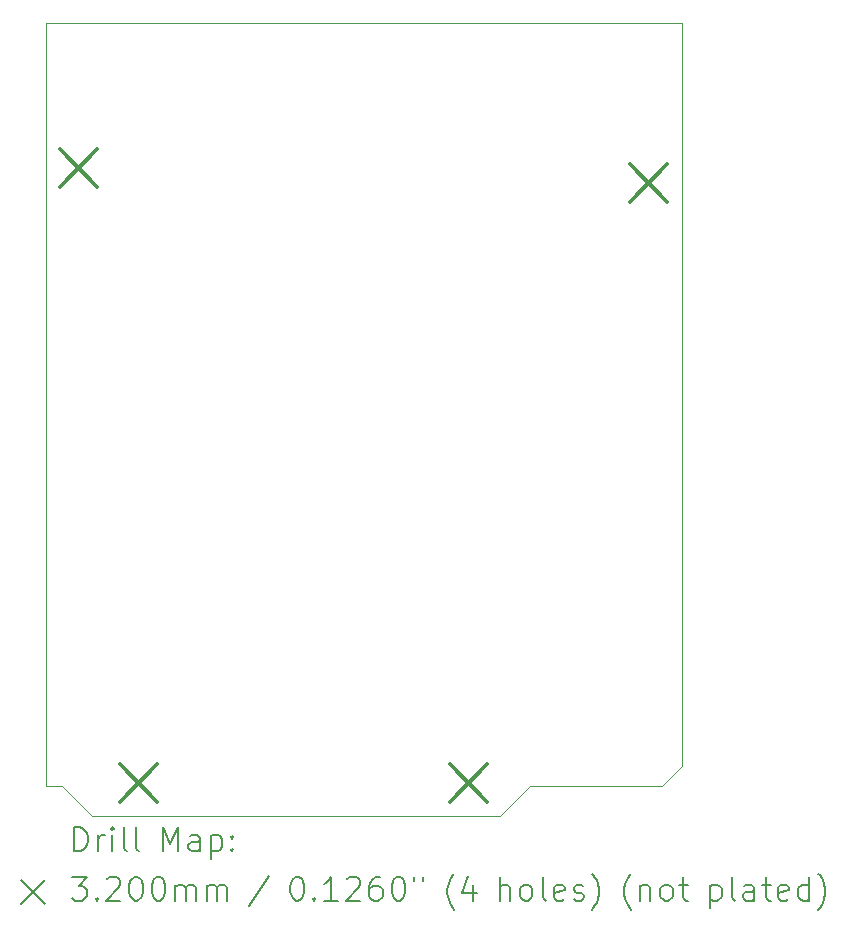
<source format=gbr>
%TF.GenerationSoftware,KiCad,Pcbnew,7.0.0*%
%TF.CreationDate,2023-03-02T16:39:19-08:00*%
%TF.ProjectId,KYBERNETES-CHASSIS-SHIELD,4b594245-524e-4455-9445-532d43484153,rev?*%
%TF.SameCoordinates,Original*%
%TF.FileFunction,Drillmap*%
%TF.FilePolarity,Positive*%
%FSLAX45Y45*%
G04 Gerber Fmt 4.5, Leading zero omitted, Abs format (unit mm)*
G04 Created by KiCad (PCBNEW 7.0.0) date 2023-03-02 16:39:19*
%MOMM*%
%LPD*%
G01*
G04 APERTURE LIST*
%ADD10C,0.100000*%
%ADD11C,0.200000*%
%ADD12C,0.320000*%
G04 APERTURE END LIST*
D10*
X17872500Y-12752500D02*
X17707500Y-12917500D01*
X12867500Y-13157500D02*
X12627500Y-12917500D01*
X17872500Y-7325000D02*
X17872500Y-12752500D01*
X16335000Y-13172500D02*
X12882500Y-13172500D01*
X12487500Y-6461000D02*
X17872500Y-6461000D01*
X17707500Y-12917500D02*
X16590000Y-12917500D01*
X12882500Y-13172500D02*
X12867500Y-13157500D01*
X16590000Y-12917500D02*
X16335000Y-13172500D01*
X12627500Y-12917500D02*
X12487500Y-12917500D01*
X12487500Y-7325000D02*
X12487500Y-6461000D01*
X17872500Y-6461000D02*
X17872500Y-7325000D01*
X12487500Y-7325000D02*
X12487500Y-12917500D01*
D11*
D12*
X12607000Y-7524988D02*
X12927000Y-7844988D01*
X12927000Y-7524988D02*
X12607000Y-7844988D01*
X13115000Y-12731988D02*
X13435000Y-13051988D01*
X13435000Y-12731988D02*
X13115000Y-13051988D01*
X15909000Y-12731988D02*
X16229000Y-13051988D01*
X16229000Y-12731988D02*
X15909000Y-13051988D01*
X17433000Y-7651988D02*
X17753000Y-7971988D01*
X17753000Y-7651988D02*
X17433000Y-7971988D01*
D11*
X12730119Y-13470976D02*
X12730119Y-13270976D01*
X12730119Y-13270976D02*
X12777738Y-13270976D01*
X12777738Y-13270976D02*
X12806309Y-13280500D01*
X12806309Y-13280500D02*
X12825357Y-13299548D01*
X12825357Y-13299548D02*
X12834881Y-13318595D01*
X12834881Y-13318595D02*
X12844405Y-13356690D01*
X12844405Y-13356690D02*
X12844405Y-13385262D01*
X12844405Y-13385262D02*
X12834881Y-13423357D01*
X12834881Y-13423357D02*
X12825357Y-13442405D01*
X12825357Y-13442405D02*
X12806309Y-13461452D01*
X12806309Y-13461452D02*
X12777738Y-13470976D01*
X12777738Y-13470976D02*
X12730119Y-13470976D01*
X12930119Y-13470976D02*
X12930119Y-13337643D01*
X12930119Y-13375738D02*
X12939643Y-13356690D01*
X12939643Y-13356690D02*
X12949167Y-13347167D01*
X12949167Y-13347167D02*
X12968214Y-13337643D01*
X12968214Y-13337643D02*
X12987262Y-13337643D01*
X13053928Y-13470976D02*
X13053928Y-13337643D01*
X13053928Y-13270976D02*
X13044405Y-13280500D01*
X13044405Y-13280500D02*
X13053928Y-13290024D01*
X13053928Y-13290024D02*
X13063452Y-13280500D01*
X13063452Y-13280500D02*
X13053928Y-13270976D01*
X13053928Y-13270976D02*
X13053928Y-13290024D01*
X13177738Y-13470976D02*
X13158690Y-13461452D01*
X13158690Y-13461452D02*
X13149167Y-13442405D01*
X13149167Y-13442405D02*
X13149167Y-13270976D01*
X13282500Y-13470976D02*
X13263452Y-13461452D01*
X13263452Y-13461452D02*
X13253928Y-13442405D01*
X13253928Y-13442405D02*
X13253928Y-13270976D01*
X13478690Y-13470976D02*
X13478690Y-13270976D01*
X13478690Y-13270976D02*
X13545357Y-13413833D01*
X13545357Y-13413833D02*
X13612024Y-13270976D01*
X13612024Y-13270976D02*
X13612024Y-13470976D01*
X13792976Y-13470976D02*
X13792976Y-13366214D01*
X13792976Y-13366214D02*
X13783452Y-13347167D01*
X13783452Y-13347167D02*
X13764405Y-13337643D01*
X13764405Y-13337643D02*
X13726309Y-13337643D01*
X13726309Y-13337643D02*
X13707262Y-13347167D01*
X13792976Y-13461452D02*
X13773928Y-13470976D01*
X13773928Y-13470976D02*
X13726309Y-13470976D01*
X13726309Y-13470976D02*
X13707262Y-13461452D01*
X13707262Y-13461452D02*
X13697738Y-13442405D01*
X13697738Y-13442405D02*
X13697738Y-13423357D01*
X13697738Y-13423357D02*
X13707262Y-13404309D01*
X13707262Y-13404309D02*
X13726309Y-13394786D01*
X13726309Y-13394786D02*
X13773928Y-13394786D01*
X13773928Y-13394786D02*
X13792976Y-13385262D01*
X13888214Y-13337643D02*
X13888214Y-13537643D01*
X13888214Y-13347167D02*
X13907262Y-13337643D01*
X13907262Y-13337643D02*
X13945357Y-13337643D01*
X13945357Y-13337643D02*
X13964405Y-13347167D01*
X13964405Y-13347167D02*
X13973928Y-13356690D01*
X13973928Y-13356690D02*
X13983452Y-13375738D01*
X13983452Y-13375738D02*
X13983452Y-13432881D01*
X13983452Y-13432881D02*
X13973928Y-13451928D01*
X13973928Y-13451928D02*
X13964405Y-13461452D01*
X13964405Y-13461452D02*
X13945357Y-13470976D01*
X13945357Y-13470976D02*
X13907262Y-13470976D01*
X13907262Y-13470976D02*
X13888214Y-13461452D01*
X14069167Y-13451928D02*
X14078690Y-13461452D01*
X14078690Y-13461452D02*
X14069167Y-13470976D01*
X14069167Y-13470976D02*
X14059643Y-13461452D01*
X14059643Y-13461452D02*
X14069167Y-13451928D01*
X14069167Y-13451928D02*
X14069167Y-13470976D01*
X14069167Y-13347167D02*
X14078690Y-13356690D01*
X14078690Y-13356690D02*
X14069167Y-13366214D01*
X14069167Y-13366214D02*
X14059643Y-13356690D01*
X14059643Y-13356690D02*
X14069167Y-13347167D01*
X14069167Y-13347167D02*
X14069167Y-13366214D01*
X12282500Y-13717500D02*
X12482500Y-13917500D01*
X12482500Y-13717500D02*
X12282500Y-13917500D01*
X12711071Y-13690976D02*
X12834881Y-13690976D01*
X12834881Y-13690976D02*
X12768214Y-13767167D01*
X12768214Y-13767167D02*
X12796786Y-13767167D01*
X12796786Y-13767167D02*
X12815833Y-13776690D01*
X12815833Y-13776690D02*
X12825357Y-13786214D01*
X12825357Y-13786214D02*
X12834881Y-13805262D01*
X12834881Y-13805262D02*
X12834881Y-13852881D01*
X12834881Y-13852881D02*
X12825357Y-13871928D01*
X12825357Y-13871928D02*
X12815833Y-13881452D01*
X12815833Y-13881452D02*
X12796786Y-13890976D01*
X12796786Y-13890976D02*
X12739643Y-13890976D01*
X12739643Y-13890976D02*
X12720595Y-13881452D01*
X12720595Y-13881452D02*
X12711071Y-13871928D01*
X12920595Y-13871928D02*
X12930119Y-13881452D01*
X12930119Y-13881452D02*
X12920595Y-13890976D01*
X12920595Y-13890976D02*
X12911071Y-13881452D01*
X12911071Y-13881452D02*
X12920595Y-13871928D01*
X12920595Y-13871928D02*
X12920595Y-13890976D01*
X13006309Y-13710024D02*
X13015833Y-13700500D01*
X13015833Y-13700500D02*
X13034881Y-13690976D01*
X13034881Y-13690976D02*
X13082500Y-13690976D01*
X13082500Y-13690976D02*
X13101548Y-13700500D01*
X13101548Y-13700500D02*
X13111071Y-13710024D01*
X13111071Y-13710024D02*
X13120595Y-13729071D01*
X13120595Y-13729071D02*
X13120595Y-13748119D01*
X13120595Y-13748119D02*
X13111071Y-13776690D01*
X13111071Y-13776690D02*
X12996786Y-13890976D01*
X12996786Y-13890976D02*
X13120595Y-13890976D01*
X13244405Y-13690976D02*
X13263452Y-13690976D01*
X13263452Y-13690976D02*
X13282500Y-13700500D01*
X13282500Y-13700500D02*
X13292024Y-13710024D01*
X13292024Y-13710024D02*
X13301548Y-13729071D01*
X13301548Y-13729071D02*
X13311071Y-13767167D01*
X13311071Y-13767167D02*
X13311071Y-13814786D01*
X13311071Y-13814786D02*
X13301548Y-13852881D01*
X13301548Y-13852881D02*
X13292024Y-13871928D01*
X13292024Y-13871928D02*
X13282500Y-13881452D01*
X13282500Y-13881452D02*
X13263452Y-13890976D01*
X13263452Y-13890976D02*
X13244405Y-13890976D01*
X13244405Y-13890976D02*
X13225357Y-13881452D01*
X13225357Y-13881452D02*
X13215833Y-13871928D01*
X13215833Y-13871928D02*
X13206309Y-13852881D01*
X13206309Y-13852881D02*
X13196786Y-13814786D01*
X13196786Y-13814786D02*
X13196786Y-13767167D01*
X13196786Y-13767167D02*
X13206309Y-13729071D01*
X13206309Y-13729071D02*
X13215833Y-13710024D01*
X13215833Y-13710024D02*
X13225357Y-13700500D01*
X13225357Y-13700500D02*
X13244405Y-13690976D01*
X13434881Y-13690976D02*
X13453929Y-13690976D01*
X13453929Y-13690976D02*
X13472976Y-13700500D01*
X13472976Y-13700500D02*
X13482500Y-13710024D01*
X13482500Y-13710024D02*
X13492024Y-13729071D01*
X13492024Y-13729071D02*
X13501548Y-13767167D01*
X13501548Y-13767167D02*
X13501548Y-13814786D01*
X13501548Y-13814786D02*
X13492024Y-13852881D01*
X13492024Y-13852881D02*
X13482500Y-13871928D01*
X13482500Y-13871928D02*
X13472976Y-13881452D01*
X13472976Y-13881452D02*
X13453929Y-13890976D01*
X13453929Y-13890976D02*
X13434881Y-13890976D01*
X13434881Y-13890976D02*
X13415833Y-13881452D01*
X13415833Y-13881452D02*
X13406309Y-13871928D01*
X13406309Y-13871928D02*
X13396786Y-13852881D01*
X13396786Y-13852881D02*
X13387262Y-13814786D01*
X13387262Y-13814786D02*
X13387262Y-13767167D01*
X13387262Y-13767167D02*
X13396786Y-13729071D01*
X13396786Y-13729071D02*
X13406309Y-13710024D01*
X13406309Y-13710024D02*
X13415833Y-13700500D01*
X13415833Y-13700500D02*
X13434881Y-13690976D01*
X13587262Y-13890976D02*
X13587262Y-13757643D01*
X13587262Y-13776690D02*
X13596786Y-13767167D01*
X13596786Y-13767167D02*
X13615833Y-13757643D01*
X13615833Y-13757643D02*
X13644405Y-13757643D01*
X13644405Y-13757643D02*
X13663452Y-13767167D01*
X13663452Y-13767167D02*
X13672976Y-13786214D01*
X13672976Y-13786214D02*
X13672976Y-13890976D01*
X13672976Y-13786214D02*
X13682500Y-13767167D01*
X13682500Y-13767167D02*
X13701548Y-13757643D01*
X13701548Y-13757643D02*
X13730119Y-13757643D01*
X13730119Y-13757643D02*
X13749167Y-13767167D01*
X13749167Y-13767167D02*
X13758690Y-13786214D01*
X13758690Y-13786214D02*
X13758690Y-13890976D01*
X13853929Y-13890976D02*
X13853929Y-13757643D01*
X13853929Y-13776690D02*
X13863452Y-13767167D01*
X13863452Y-13767167D02*
X13882500Y-13757643D01*
X13882500Y-13757643D02*
X13911071Y-13757643D01*
X13911071Y-13757643D02*
X13930119Y-13767167D01*
X13930119Y-13767167D02*
X13939643Y-13786214D01*
X13939643Y-13786214D02*
X13939643Y-13890976D01*
X13939643Y-13786214D02*
X13949167Y-13767167D01*
X13949167Y-13767167D02*
X13968214Y-13757643D01*
X13968214Y-13757643D02*
X13996786Y-13757643D01*
X13996786Y-13757643D02*
X14015833Y-13767167D01*
X14015833Y-13767167D02*
X14025357Y-13786214D01*
X14025357Y-13786214D02*
X14025357Y-13890976D01*
X14383452Y-13681452D02*
X14212024Y-13938595D01*
X14608214Y-13690976D02*
X14627262Y-13690976D01*
X14627262Y-13690976D02*
X14646310Y-13700500D01*
X14646310Y-13700500D02*
X14655833Y-13710024D01*
X14655833Y-13710024D02*
X14665357Y-13729071D01*
X14665357Y-13729071D02*
X14674881Y-13767167D01*
X14674881Y-13767167D02*
X14674881Y-13814786D01*
X14674881Y-13814786D02*
X14665357Y-13852881D01*
X14665357Y-13852881D02*
X14655833Y-13871928D01*
X14655833Y-13871928D02*
X14646310Y-13881452D01*
X14646310Y-13881452D02*
X14627262Y-13890976D01*
X14627262Y-13890976D02*
X14608214Y-13890976D01*
X14608214Y-13890976D02*
X14589167Y-13881452D01*
X14589167Y-13881452D02*
X14579643Y-13871928D01*
X14579643Y-13871928D02*
X14570119Y-13852881D01*
X14570119Y-13852881D02*
X14560595Y-13814786D01*
X14560595Y-13814786D02*
X14560595Y-13767167D01*
X14560595Y-13767167D02*
X14570119Y-13729071D01*
X14570119Y-13729071D02*
X14579643Y-13710024D01*
X14579643Y-13710024D02*
X14589167Y-13700500D01*
X14589167Y-13700500D02*
X14608214Y-13690976D01*
X14760595Y-13871928D02*
X14770119Y-13881452D01*
X14770119Y-13881452D02*
X14760595Y-13890976D01*
X14760595Y-13890976D02*
X14751071Y-13881452D01*
X14751071Y-13881452D02*
X14760595Y-13871928D01*
X14760595Y-13871928D02*
X14760595Y-13890976D01*
X14960595Y-13890976D02*
X14846310Y-13890976D01*
X14903452Y-13890976D02*
X14903452Y-13690976D01*
X14903452Y-13690976D02*
X14884405Y-13719548D01*
X14884405Y-13719548D02*
X14865357Y-13738595D01*
X14865357Y-13738595D02*
X14846310Y-13748119D01*
X15036786Y-13710024D02*
X15046310Y-13700500D01*
X15046310Y-13700500D02*
X15065357Y-13690976D01*
X15065357Y-13690976D02*
X15112976Y-13690976D01*
X15112976Y-13690976D02*
X15132024Y-13700500D01*
X15132024Y-13700500D02*
X15141548Y-13710024D01*
X15141548Y-13710024D02*
X15151071Y-13729071D01*
X15151071Y-13729071D02*
X15151071Y-13748119D01*
X15151071Y-13748119D02*
X15141548Y-13776690D01*
X15141548Y-13776690D02*
X15027262Y-13890976D01*
X15027262Y-13890976D02*
X15151071Y-13890976D01*
X15322500Y-13690976D02*
X15284405Y-13690976D01*
X15284405Y-13690976D02*
X15265357Y-13700500D01*
X15265357Y-13700500D02*
X15255833Y-13710024D01*
X15255833Y-13710024D02*
X15236786Y-13738595D01*
X15236786Y-13738595D02*
X15227262Y-13776690D01*
X15227262Y-13776690D02*
X15227262Y-13852881D01*
X15227262Y-13852881D02*
X15236786Y-13871928D01*
X15236786Y-13871928D02*
X15246310Y-13881452D01*
X15246310Y-13881452D02*
X15265357Y-13890976D01*
X15265357Y-13890976D02*
X15303452Y-13890976D01*
X15303452Y-13890976D02*
X15322500Y-13881452D01*
X15322500Y-13881452D02*
X15332024Y-13871928D01*
X15332024Y-13871928D02*
X15341548Y-13852881D01*
X15341548Y-13852881D02*
X15341548Y-13805262D01*
X15341548Y-13805262D02*
X15332024Y-13786214D01*
X15332024Y-13786214D02*
X15322500Y-13776690D01*
X15322500Y-13776690D02*
X15303452Y-13767167D01*
X15303452Y-13767167D02*
X15265357Y-13767167D01*
X15265357Y-13767167D02*
X15246310Y-13776690D01*
X15246310Y-13776690D02*
X15236786Y-13786214D01*
X15236786Y-13786214D02*
X15227262Y-13805262D01*
X15465357Y-13690976D02*
X15484405Y-13690976D01*
X15484405Y-13690976D02*
X15503452Y-13700500D01*
X15503452Y-13700500D02*
X15512976Y-13710024D01*
X15512976Y-13710024D02*
X15522500Y-13729071D01*
X15522500Y-13729071D02*
X15532024Y-13767167D01*
X15532024Y-13767167D02*
X15532024Y-13814786D01*
X15532024Y-13814786D02*
X15522500Y-13852881D01*
X15522500Y-13852881D02*
X15512976Y-13871928D01*
X15512976Y-13871928D02*
X15503452Y-13881452D01*
X15503452Y-13881452D02*
X15484405Y-13890976D01*
X15484405Y-13890976D02*
X15465357Y-13890976D01*
X15465357Y-13890976D02*
X15446310Y-13881452D01*
X15446310Y-13881452D02*
X15436786Y-13871928D01*
X15436786Y-13871928D02*
X15427262Y-13852881D01*
X15427262Y-13852881D02*
X15417738Y-13814786D01*
X15417738Y-13814786D02*
X15417738Y-13767167D01*
X15417738Y-13767167D02*
X15427262Y-13729071D01*
X15427262Y-13729071D02*
X15436786Y-13710024D01*
X15436786Y-13710024D02*
X15446310Y-13700500D01*
X15446310Y-13700500D02*
X15465357Y-13690976D01*
X15608214Y-13690976D02*
X15608214Y-13729071D01*
X15684405Y-13690976D02*
X15684405Y-13729071D01*
X15947262Y-13967167D02*
X15937738Y-13957643D01*
X15937738Y-13957643D02*
X15918691Y-13929071D01*
X15918691Y-13929071D02*
X15909167Y-13910024D01*
X15909167Y-13910024D02*
X15899643Y-13881452D01*
X15899643Y-13881452D02*
X15890119Y-13833833D01*
X15890119Y-13833833D02*
X15890119Y-13795738D01*
X15890119Y-13795738D02*
X15899643Y-13748119D01*
X15899643Y-13748119D02*
X15909167Y-13719548D01*
X15909167Y-13719548D02*
X15918691Y-13700500D01*
X15918691Y-13700500D02*
X15937738Y-13671928D01*
X15937738Y-13671928D02*
X15947262Y-13662405D01*
X16109167Y-13757643D02*
X16109167Y-13890976D01*
X16061548Y-13681452D02*
X16013929Y-13824309D01*
X16013929Y-13824309D02*
X16137738Y-13824309D01*
X16333929Y-13890976D02*
X16333929Y-13690976D01*
X16419643Y-13890976D02*
X16419643Y-13786214D01*
X16419643Y-13786214D02*
X16410119Y-13767167D01*
X16410119Y-13767167D02*
X16391072Y-13757643D01*
X16391072Y-13757643D02*
X16362500Y-13757643D01*
X16362500Y-13757643D02*
X16343452Y-13767167D01*
X16343452Y-13767167D02*
X16333929Y-13776690D01*
X16543452Y-13890976D02*
X16524405Y-13881452D01*
X16524405Y-13881452D02*
X16514881Y-13871928D01*
X16514881Y-13871928D02*
X16505357Y-13852881D01*
X16505357Y-13852881D02*
X16505357Y-13795738D01*
X16505357Y-13795738D02*
X16514881Y-13776690D01*
X16514881Y-13776690D02*
X16524405Y-13767167D01*
X16524405Y-13767167D02*
X16543452Y-13757643D01*
X16543452Y-13757643D02*
X16572024Y-13757643D01*
X16572024Y-13757643D02*
X16591072Y-13767167D01*
X16591072Y-13767167D02*
X16600595Y-13776690D01*
X16600595Y-13776690D02*
X16610119Y-13795738D01*
X16610119Y-13795738D02*
X16610119Y-13852881D01*
X16610119Y-13852881D02*
X16600595Y-13871928D01*
X16600595Y-13871928D02*
X16591072Y-13881452D01*
X16591072Y-13881452D02*
X16572024Y-13890976D01*
X16572024Y-13890976D02*
X16543452Y-13890976D01*
X16724405Y-13890976D02*
X16705357Y-13881452D01*
X16705357Y-13881452D02*
X16695833Y-13862405D01*
X16695833Y-13862405D02*
X16695833Y-13690976D01*
X16876786Y-13881452D02*
X16857738Y-13890976D01*
X16857738Y-13890976D02*
X16819643Y-13890976D01*
X16819643Y-13890976D02*
X16800595Y-13881452D01*
X16800595Y-13881452D02*
X16791072Y-13862405D01*
X16791072Y-13862405D02*
X16791072Y-13786214D01*
X16791072Y-13786214D02*
X16800595Y-13767167D01*
X16800595Y-13767167D02*
X16819643Y-13757643D01*
X16819643Y-13757643D02*
X16857738Y-13757643D01*
X16857738Y-13757643D02*
X16876786Y-13767167D01*
X16876786Y-13767167D02*
X16886310Y-13786214D01*
X16886310Y-13786214D02*
X16886310Y-13805262D01*
X16886310Y-13805262D02*
X16791072Y-13824309D01*
X16962500Y-13881452D02*
X16981548Y-13890976D01*
X16981548Y-13890976D02*
X17019643Y-13890976D01*
X17019643Y-13890976D02*
X17038691Y-13881452D01*
X17038691Y-13881452D02*
X17048215Y-13862405D01*
X17048215Y-13862405D02*
X17048215Y-13852881D01*
X17048215Y-13852881D02*
X17038691Y-13833833D01*
X17038691Y-13833833D02*
X17019643Y-13824309D01*
X17019643Y-13824309D02*
X16991072Y-13824309D01*
X16991072Y-13824309D02*
X16972024Y-13814786D01*
X16972024Y-13814786D02*
X16962500Y-13795738D01*
X16962500Y-13795738D02*
X16962500Y-13786214D01*
X16962500Y-13786214D02*
X16972024Y-13767167D01*
X16972024Y-13767167D02*
X16991072Y-13757643D01*
X16991072Y-13757643D02*
X17019643Y-13757643D01*
X17019643Y-13757643D02*
X17038691Y-13767167D01*
X17114881Y-13967167D02*
X17124405Y-13957643D01*
X17124405Y-13957643D02*
X17143453Y-13929071D01*
X17143453Y-13929071D02*
X17152976Y-13910024D01*
X17152976Y-13910024D02*
X17162500Y-13881452D01*
X17162500Y-13881452D02*
X17172024Y-13833833D01*
X17172024Y-13833833D02*
X17172024Y-13795738D01*
X17172024Y-13795738D02*
X17162500Y-13748119D01*
X17162500Y-13748119D02*
X17152976Y-13719548D01*
X17152976Y-13719548D02*
X17143453Y-13700500D01*
X17143453Y-13700500D02*
X17124405Y-13671928D01*
X17124405Y-13671928D02*
X17114881Y-13662405D01*
X17444405Y-13967167D02*
X17434881Y-13957643D01*
X17434881Y-13957643D02*
X17415834Y-13929071D01*
X17415834Y-13929071D02*
X17406310Y-13910024D01*
X17406310Y-13910024D02*
X17396786Y-13881452D01*
X17396786Y-13881452D02*
X17387262Y-13833833D01*
X17387262Y-13833833D02*
X17387262Y-13795738D01*
X17387262Y-13795738D02*
X17396786Y-13748119D01*
X17396786Y-13748119D02*
X17406310Y-13719548D01*
X17406310Y-13719548D02*
X17415834Y-13700500D01*
X17415834Y-13700500D02*
X17434881Y-13671928D01*
X17434881Y-13671928D02*
X17444405Y-13662405D01*
X17520595Y-13757643D02*
X17520595Y-13890976D01*
X17520595Y-13776690D02*
X17530119Y-13767167D01*
X17530119Y-13767167D02*
X17549167Y-13757643D01*
X17549167Y-13757643D02*
X17577738Y-13757643D01*
X17577738Y-13757643D02*
X17596786Y-13767167D01*
X17596786Y-13767167D02*
X17606310Y-13786214D01*
X17606310Y-13786214D02*
X17606310Y-13890976D01*
X17730119Y-13890976D02*
X17711072Y-13881452D01*
X17711072Y-13881452D02*
X17701548Y-13871928D01*
X17701548Y-13871928D02*
X17692024Y-13852881D01*
X17692024Y-13852881D02*
X17692024Y-13795738D01*
X17692024Y-13795738D02*
X17701548Y-13776690D01*
X17701548Y-13776690D02*
X17711072Y-13767167D01*
X17711072Y-13767167D02*
X17730119Y-13757643D01*
X17730119Y-13757643D02*
X17758691Y-13757643D01*
X17758691Y-13757643D02*
X17777738Y-13767167D01*
X17777738Y-13767167D02*
X17787262Y-13776690D01*
X17787262Y-13776690D02*
X17796786Y-13795738D01*
X17796786Y-13795738D02*
X17796786Y-13852881D01*
X17796786Y-13852881D02*
X17787262Y-13871928D01*
X17787262Y-13871928D02*
X17777738Y-13881452D01*
X17777738Y-13881452D02*
X17758691Y-13890976D01*
X17758691Y-13890976D02*
X17730119Y-13890976D01*
X17853929Y-13757643D02*
X17930119Y-13757643D01*
X17882500Y-13690976D02*
X17882500Y-13862405D01*
X17882500Y-13862405D02*
X17892024Y-13881452D01*
X17892024Y-13881452D02*
X17911072Y-13890976D01*
X17911072Y-13890976D02*
X17930119Y-13890976D01*
X18116786Y-13757643D02*
X18116786Y-13957643D01*
X18116786Y-13767167D02*
X18135834Y-13757643D01*
X18135834Y-13757643D02*
X18173929Y-13757643D01*
X18173929Y-13757643D02*
X18192976Y-13767167D01*
X18192976Y-13767167D02*
X18202500Y-13776690D01*
X18202500Y-13776690D02*
X18212024Y-13795738D01*
X18212024Y-13795738D02*
X18212024Y-13852881D01*
X18212024Y-13852881D02*
X18202500Y-13871928D01*
X18202500Y-13871928D02*
X18192976Y-13881452D01*
X18192976Y-13881452D02*
X18173929Y-13890976D01*
X18173929Y-13890976D02*
X18135834Y-13890976D01*
X18135834Y-13890976D02*
X18116786Y-13881452D01*
X18326310Y-13890976D02*
X18307262Y-13881452D01*
X18307262Y-13881452D02*
X18297738Y-13862405D01*
X18297738Y-13862405D02*
X18297738Y-13690976D01*
X18488215Y-13890976D02*
X18488215Y-13786214D01*
X18488215Y-13786214D02*
X18478691Y-13767167D01*
X18478691Y-13767167D02*
X18459643Y-13757643D01*
X18459643Y-13757643D02*
X18421548Y-13757643D01*
X18421548Y-13757643D02*
X18402500Y-13767167D01*
X18488215Y-13881452D02*
X18469167Y-13890976D01*
X18469167Y-13890976D02*
X18421548Y-13890976D01*
X18421548Y-13890976D02*
X18402500Y-13881452D01*
X18402500Y-13881452D02*
X18392976Y-13862405D01*
X18392976Y-13862405D02*
X18392976Y-13843357D01*
X18392976Y-13843357D02*
X18402500Y-13824309D01*
X18402500Y-13824309D02*
X18421548Y-13814786D01*
X18421548Y-13814786D02*
X18469167Y-13814786D01*
X18469167Y-13814786D02*
X18488215Y-13805262D01*
X18554881Y-13757643D02*
X18631072Y-13757643D01*
X18583453Y-13690976D02*
X18583453Y-13862405D01*
X18583453Y-13862405D02*
X18592976Y-13881452D01*
X18592976Y-13881452D02*
X18612024Y-13890976D01*
X18612024Y-13890976D02*
X18631072Y-13890976D01*
X18773929Y-13881452D02*
X18754881Y-13890976D01*
X18754881Y-13890976D02*
X18716786Y-13890976D01*
X18716786Y-13890976D02*
X18697738Y-13881452D01*
X18697738Y-13881452D02*
X18688215Y-13862405D01*
X18688215Y-13862405D02*
X18688215Y-13786214D01*
X18688215Y-13786214D02*
X18697738Y-13767167D01*
X18697738Y-13767167D02*
X18716786Y-13757643D01*
X18716786Y-13757643D02*
X18754881Y-13757643D01*
X18754881Y-13757643D02*
X18773929Y-13767167D01*
X18773929Y-13767167D02*
X18783453Y-13786214D01*
X18783453Y-13786214D02*
X18783453Y-13805262D01*
X18783453Y-13805262D02*
X18688215Y-13824309D01*
X18954881Y-13890976D02*
X18954881Y-13690976D01*
X18954881Y-13881452D02*
X18935834Y-13890976D01*
X18935834Y-13890976D02*
X18897738Y-13890976D01*
X18897738Y-13890976D02*
X18878691Y-13881452D01*
X18878691Y-13881452D02*
X18869167Y-13871928D01*
X18869167Y-13871928D02*
X18859643Y-13852881D01*
X18859643Y-13852881D02*
X18859643Y-13795738D01*
X18859643Y-13795738D02*
X18869167Y-13776690D01*
X18869167Y-13776690D02*
X18878691Y-13767167D01*
X18878691Y-13767167D02*
X18897738Y-13757643D01*
X18897738Y-13757643D02*
X18935834Y-13757643D01*
X18935834Y-13757643D02*
X18954881Y-13767167D01*
X19031072Y-13967167D02*
X19040596Y-13957643D01*
X19040596Y-13957643D02*
X19059643Y-13929071D01*
X19059643Y-13929071D02*
X19069167Y-13910024D01*
X19069167Y-13910024D02*
X19078691Y-13881452D01*
X19078691Y-13881452D02*
X19088215Y-13833833D01*
X19088215Y-13833833D02*
X19088215Y-13795738D01*
X19088215Y-13795738D02*
X19078691Y-13748119D01*
X19078691Y-13748119D02*
X19069167Y-13719548D01*
X19069167Y-13719548D02*
X19059643Y-13700500D01*
X19059643Y-13700500D02*
X19040596Y-13671928D01*
X19040596Y-13671928D02*
X19031072Y-13662405D01*
M02*

</source>
